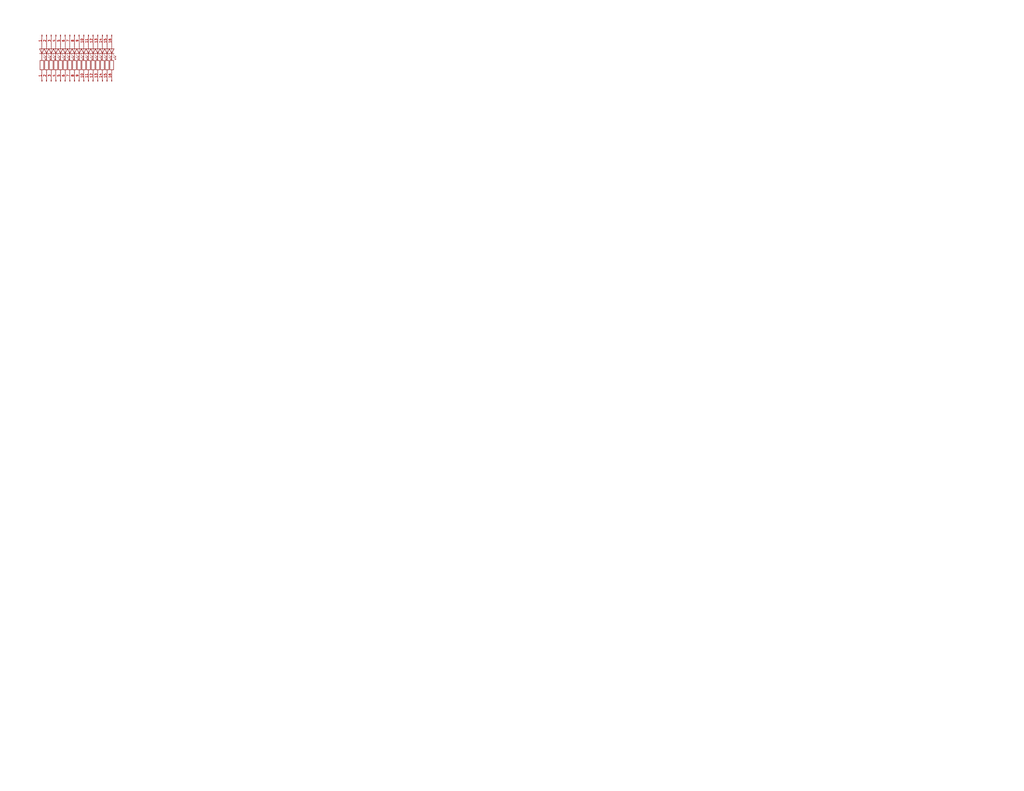
<source format=kicad_sch>
(kicad_sch (version 20230121) (generator eeschema)
  (paper "C")
  (title_block (title "<pcb-module>") (date "2022-10-29") (rev "1.0") (company "16-Bit Computer From Scratch") (comment 1 "Adam Clark (@eryjus)"))
  (lib_symbols
    (symbol "Connector:Conn_01x16_Pin" (pin_names (offset 1.016) hide)
      (property "Reference" "J" (at 0 20.32 0))
      (property "Value" "Conn_01x16_Pin" (at 0 -22.86 0))
      (symbol "Conn_01x16_Pin_1_1"
        (polyline (pts (xy 1.27 -20.32) (xy 0.8636 -20.32)) (stroke (width 0.1524)))
        (polyline (pts (xy 1.27 -17.78) (xy 0.8636 -17.78)) (stroke (width 0.1524)))
        (polyline (pts (xy 1.27 -15.24) (xy 0.8636 -15.24)) (stroke (width 0.1524)))
        (polyline (pts (xy 1.27 -12.7) (xy 0.8636 -12.7)) (stroke (width 0.1524)))
        (polyline (pts (xy 1.27 -10.16) (xy 0.8636 -10.16)) (stroke (width 0.1524)))
        (polyline (pts (xy 1.27 -7.62) (xy 0.8636 -7.62)) (stroke (width 0.1524)))
        (polyline (pts (xy 1.27 -5.08) (xy 0.8636 -5.08)) (stroke (width 0.1524)))
        (polyline (pts (xy 1.27 -2.54) (xy 0.8636 -2.54)) (stroke (width 0.1524)))
        (polyline (pts (xy 1.27 0) (xy 0.8636 0)) (stroke (width 0.1524)))
        (polyline (pts (xy 1.27 2.54) (xy 0.8636 2.54)) (stroke (width 0.1524)))
        (polyline (pts (xy 1.27 5.08) (xy 0.8636 5.08)) (stroke (width 0.1524)))
        (polyline (pts (xy 1.27 7.62) (xy 0.8636 7.62)) (stroke (width 0.1524)))
        (polyline (pts (xy 1.27 10.16) (xy 0.8636 10.16)) (stroke (width 0.1524)))
        (polyline (pts (xy 1.27 12.7) (xy 0.8636 12.7)) (stroke (width 0.1524)))
        (polyline (pts (xy 1.27 15.24) (xy 0.8636 15.24)) (stroke (width 0.1524)))
        (polyline (pts (xy 1.27 17.78) (xy 0.8636 17.78)) (stroke (width 0.1524)))
        (rectangle (start 0.8636 -20.193) (end 0 -20.447) (stroke (width 0.1524)) (fill (type outline)))
        (rectangle (start 0.8636 -17.653) (end 0 -17.907) (stroke (width 0.1524)) (fill (type outline)))
        (rectangle (start 0.8636 -15.113) (end 0 -15.367) (stroke (width 0.1524)) (fill (type outline)))
        (rectangle (start 0.8636 -12.573) (end 0 -12.827) (stroke (width 0.1524)) (fill (type outline)))
        (rectangle (start 0.8636 -10.033) (end 0 -10.287) (stroke (width 0.1524)) (fill (type outline)))
        (rectangle (start 0.8636 -7.493) (end 0 -7.747) (stroke (width 0.1524)) (fill (type outline)))
        (rectangle (start 0.8636 -4.953) (end 0 -5.207) (stroke (width 0.1524)) (fill (type outline)))
        (rectangle (start 0.8636 -2.413) (end 0 -2.667) (stroke (width 0.1524)) (fill (type outline)))
        (rectangle (start 0.8636 0.127) (end 0 -0.127) (stroke (width 0.1524)) (fill (type outline)))
        (rectangle (start 0.8636 2.667) (end 0 2.413) (stroke (width 0.1524)) (fill (type outline)))
        (rectangle (start 0.8636 5.207) (end 0 4.953) (stroke (width 0.1524)) (fill (type outline)))
        (rectangle (start 0.8636 7.747) (end 0 7.493) (stroke (width 0.1524)) (fill (type outline)))
        (rectangle (start 0.8636 10.287) (end 0 10.033) (stroke (width 0.1524)) (fill (type outline)))
        (rectangle (start 0.8636 12.827) (end 0 12.573) (stroke (width 0.1524)) (fill (type outline)))
        (rectangle (start 0.8636 15.367) (end 0 15.113) (stroke (width 0.1524)) (fill (type outline)))
        (rectangle (start 0.8636 17.907) (end 0 17.653) (stroke (width 0.1524)) (fill (type outline)))
        (pin passive line (at 5.08 17.78 180) (length 3.81) (name "Pin_1") (number "1"))
        (pin passive line (at 5.08 -5.08 180) (length 3.81) (name "Pin_10") (number "10"))
        (pin passive line (at 5.08 -7.62 180) (length 3.81) (name "Pin_11") (number "11"))
        (pin passive line (at 5.08 -10.16 180) (length 3.81) (name "Pin_12") (number "12"))
        (pin passive line (at 5.08 -12.7 180) (length 3.81) (name "Pin_13") (number "13"))
        (pin passive line (at 5.08 -15.24 180) (length 3.81) (name "Pin_14") (number "14"))
        (pin passive line (at 5.08 -17.78 180) (length 3.81) (name "Pin_15") (number "15"))
        (pin passive line (at 5.08 -20.32 180) (length 3.81) (name "Pin_16") (number "16"))
        (pin passive line (at 5.08 15.24 180) (length 3.81) (name "Pin_2") (number "2"))
        (pin passive line (at 5.08 12.7 180) (length 3.81) (name "Pin_3") (number "3"))
        (pin passive line (at 5.08 10.16 180) (length 3.81) (name "Pin_4") (number "4"))
        (pin passive line (at 5.08 7.62 180) (length 3.81) (name "Pin_5") (number "5"))
        (pin passive line (at 5.08 5.08 180) (length 3.81) (name "Pin_6") (number "6"))
        (pin passive line (at 5.08 2.54 180) (length 3.81) (name "Pin_7") (number "7"))
        (pin passive line (at 5.08 0 180) (length 3.81) (name "Pin_8") (number "8"))
        (pin passive line (at 5.08 -2.54 180) (length 3.81) (name "Pin_9") (number "9"))
      )
    )
    (symbol "Device:LED" (pin_numbers hide) (pin_names (offset 1.016) hide)
      (property "Reference" "D" (at 0 2.54 0))
      (property "Value" "LED" (at 0 -2.54 0))
      (symbol "LED_0_1"
        (polyline (pts (xy -1.27 -1.27) (xy -1.27 1.27)) (stroke (width 0.254)))
        (polyline (pts (xy -1.27 0) (xy 1.27 0)))
        (polyline (pts (xy 1.27 -1.27) (xy 1.27 1.27) (xy -1.27 0) (xy 1.27 -1.27)) (stroke (width 0.254)))
        (polyline (pts (xy -3.048 -0.762) (xy -4.572 -2.286) (xy -3.81 -2.286) (xy -4.572 -2.286) (xy -4.572 -1.524)))
        (polyline (pts (xy -1.778 -0.762) (xy -3.302 -2.286) (xy -2.54 -2.286) (xy -3.302 -2.286) (xy -3.302 -1.524)))
      )
      (symbol "LED_1_1"
        (pin passive line (at -3.81 0 0) (length 2.54) (name "K") (number "1"))
        (pin passive line (at 3.81 0 180) (length 2.54) (name "A") (number "2"))
      )
    )
    (symbol "Device:R" (pin_numbers hide) (pin_names (offset 0))
      (property "Reference" "R" (at 2.032 0 90))
      (property "Value" "R" (at 0 0 90))
      (symbol "R_0_1"
        (rectangle (start -1.016 -2.54) (end 1.016 2.54) (stroke (width 0.254)))
      )
      (symbol "R_1_1"
        (pin passive line (at 0 3.81 270) (length 1.27) (name "~") (number "1"))
        (pin passive line (at 0 -3.81 90) (length 1.27) (name "~") (number "2"))
      )
    )
  )
  (symbol (lib_id "Device:R") (at 30.48 35.56 0) (unit 1)
    (property "Reference" "R4" (effects hide))
    (property "Value" "R" (effects hide))
    (property "Footprint" "Resistor_SMD:R_1206_3216Metric_Pad1.30x1.75mm_HandSolder" (effects hide))
  )
  (symbol (lib_id "Device:LED") (at 60.96 27.94 90) (unit 1)
    (property "Reference" "D16" (effects hide))
    (property "Value" "LED" (effects hide))
    (property "Footprint" "LED_SMD:LED_1206_3216Metric_Pad1.42x1.75mm_HandSolder" (effects hide))
  )
  (symbol (lib_id "Device:LED") (at 38.1 27.94 90) (unit 1)
    (property "Reference" "D7" (effects hide))
    (property "Value" "LED" (effects hide))
    (property "Footprint" "LED_SMD:LED_1206_3216Metric_Pad1.42x1.75mm_HandSolder" (effects hide))
  )
  (symbol (lib_id "Device:LED") (at 45.72 27.94 90) (unit 1)
    (property "Reference" "D10" (effects hide))
    (property "Value" "LED" (effects hide))
    (property "Footprint" "LED_SMD:LED_1206_3216Metric_Pad1.42x1.75mm_HandSolder" (effects hide))
  )
  (symbol (lib_id "Device:R") (at 35.56 35.56 0) (unit 1)
    (property "Reference" "R6" (effects hide))
    (property "Value" "R" (effects hide))
    (property "Footprint" "Resistor_SMD:R_1206_3216Metric_Pad1.30x1.75mm_HandSolder" (effects hide))
  )
  (symbol (lib_id "Connector:Conn_01x16_Pin") (at 40.64 44.45 90) (unit 1)
    (property "Reference" "J2" (effects hide))
    (property "Value" "Conn_01x16_Pin" (effects hide))
    (property "Footprint" "Connector_PinHeader_2.54mm:PinHeader_1x16_P2.54mm_Vertical" (effects hide))
  )
  (symbol (lib_id "Device:R") (at 53.34 35.56 0) (unit 1)
    (property "Reference" "R13" (effects hide))
    (property "Value" "R" (effects hide))
    (property "Footprint" "Resistor_SMD:R_1206_3216Metric_Pad1.30x1.75mm_HandSolder" (effects hide))
  )
  (symbol (lib_id "Device:R") (at 55.88 35.56 0) (unit 1)
    (property "Reference" "R14" (effects hide))
    (property "Value" "R" (effects hide))
    (property "Footprint" "Resistor_SMD:R_1206_3216Metric_Pad1.30x1.75mm_HandSolder" (effects hide))
  )
  (symbol (lib_id "Device:LED") (at 33.02 27.94 90) (unit 1)
    (property "Reference" "D5" (effects hide))
    (property "Value" "LED" (effects hide))
    (property "Footprint" "LED_SMD:LED_1206_3216Metric_Pad1.42x1.75mm_HandSolder" (effects hide))
  )
  (symbol (lib_id "Device:LED") (at 40.64 27.94 90) (unit 1)
    (property "Reference" "D8" (effects hide))
    (property "Value" "LED" (effects hide))
    (property "Footprint" "LED_SMD:LED_1206_3216Metric_Pad1.42x1.75mm_HandSolder" (effects hide))
  )
  (symbol (lib_id "Device:LED") (at 30.48 27.94 90) (unit 1)
    (property "Reference" "D4" (effects hide))
    (property "Value" "LED" (effects hide))
    (property "Footprint" "LED_SMD:LED_1206_3216Metric_Pad1.42x1.75mm_HandSolder" (effects hide))
  )
  (symbol (lib_id "Device:R") (at 43.18 35.56 0) (unit 1)
    (property "Reference" "R9" (effects hide))
    (property "Value" "R" (effects hide))
    (property "Footprint" "Resistor_SMD:R_1206_3216Metric_Pad1.30x1.75mm_HandSolder" (effects hide))
  )
  (symbol (lib_id "Connector:Conn_01x16_Pin") (at 40.64 19.05 90) (mirror x) (unit 1)
    (property "Reference" "J1" (effects hide))
    (property "Value" "Conn_01x16_Pin" (effects hide))
    (property "Footprint" "Connector_PinHeader_2.54mm:PinHeader_1x16_P2.54mm_Vertical" (effects hide))
  )
  (symbol (lib_id "Device:LED") (at 27.94 27.94 90) (unit 1)
    (property "Reference" "D3" (effects hide))
    (property "Value" "LED" (effects hide))
    (property "Footprint" "LED_SMD:LED_1206_3216Metric_Pad1.42x1.75mm_HandSolder" (effects hide))
  )
  (symbol (lib_id "Device:LED") (at 58.42 27.94 90) (unit 1)
    (property "Reference" "D15" (effects hide))
    (property "Value" "LED" (effects hide))
    (property "Footprint" "LED_SMD:LED_1206_3216Metric_Pad1.42x1.75mm_HandSolder" (effects hide))
  )
  (symbol (lib_id "Device:R") (at 50.8 35.56 0) (unit 1)
    (property "Reference" "R12" (effects hide))
    (property "Value" "R" (effects hide))
    (property "Footprint" "Resistor_SMD:R_1206_3216Metric_Pad1.30x1.75mm_HandSolder" (effects hide))
  )
  (symbol (lib_id "Device:LED") (at 25.4 27.94 90) (unit 1)
    (property "Reference" "D2" (effects hide))
    (property "Value" "LED" (effects hide))
    (property "Footprint" "LED_SMD:LED_1206_3216Metric_Pad1.42x1.75mm_HandSolder" (effects hide))
  )
  (symbol (lib_id "Device:LED") (at 43.18 27.94 90) (unit 1)
    (property "Reference" "D9" (effects hide))
    (property "Value" "LED" (effects hide))
    (property "Footprint" "LED_SMD:LED_1206_3216Metric_Pad1.42x1.75mm_HandSolder" (effects hide))
  )
  (symbol (lib_id "Device:LED") (at 48.26 27.94 90) (unit 1)
    (property "Reference" "D11" (effects hide))
    (property "Value" "LED" (effects hide))
    (property "Footprint" "LED_SMD:LED_1206_3216Metric_Pad1.42x1.75mm_HandSolder" (effects hide))
  )
  (symbol (lib_id "Device:R") (at 25.4 35.56 0) (unit 1)
    (property "Reference" "R2" (effects hide))
    (property "Value" "R" (effects hide))
    (property "Footprint" "Resistor_SMD:R_1206_3216Metric_Pad1.30x1.75mm_HandSolder" (effects hide))
  )
  (symbol (lib_id "Device:LED") (at 55.88 27.94 90) (unit 1)
    (property "Reference" "D14" (effects hide))
    (property "Value" "LED" (effects hide))
    (property "Footprint" "LED_SMD:LED_1206_3216Metric_Pad1.42x1.75mm_HandSolder" (effects hide))
  )
  (symbol (lib_id "Device:R") (at 27.94 35.56 0) (unit 1)
    (property "Reference" "R3" (effects hide))
    (property "Value" "R" (effects hide))
    (property "Footprint" "Resistor_SMD:R_1206_3216Metric_Pad1.30x1.75mm_HandSolder" (effects hide))
  )
  (symbol (lib_id "Device:R") (at 58.42 35.56 0) (unit 1)
    (property "Reference" "R15" (effects hide))
    (property "Value" "R" (effects hide))
    (property "Footprint" "Resistor_SMD:R_1206_3216Metric_Pad1.30x1.75mm_HandSolder" (effects hide))
  )
  (symbol (lib_id "Device:LED") (at 35.56 27.94 90) (unit 1)
    (property "Reference" "D6" (effects hide))
    (property "Value" "LED" (effects hide))
    (property "Footprint" "LED_SMD:LED_1206_3216Metric_Pad1.42x1.75mm_HandSolder" (effects hide))
  )
  (symbol (lib_id "Device:R") (at 60.96 35.56 0) (unit 1)
    (property "Reference" "R16" (effects hide))
    (property "Value" "R" (effects hide))
    (property "Footprint" "Resistor_SMD:R_1206_3216Metric_Pad1.30x1.75mm_HandSolder" (effects hide))
  )
  (symbol (lib_id "Device:R") (at 45.72 35.56 0) (unit 1)
    (property "Reference" "R10" (effects hide))
    (property "Value" "R" (effects hide))
    (property "Footprint" "Resistor_SMD:R_1206_3216Metric_Pad1.30x1.75mm_HandSolder" (effects hide))
  )
  (symbol (lib_id "Device:R") (at 33.02 35.56 0) (unit 1)
    (property "Reference" "R5" (effects hide))
    (property "Value" "R" (effects hide))
    (property "Footprint" "Resistor_SMD:R_1206_3216Metric_Pad1.30x1.75mm_HandSolder" (effects hide))
  )
  (symbol (lib_id "Device:LED") (at 53.34 27.94 90) (unit 1)
    (property "Reference" "D13" (effects hide))
    (property "Value" "LED" (effects hide))
    (property "Footprint" "LED_SMD:LED_1206_3216Metric_Pad1.42x1.75mm_HandSolder" (effects hide))
  )
  (symbol (lib_id "Device:LED") (at 50.8 27.94 90) (unit 1)
    (property "Reference" "D12" (effects hide))
    (property "Value" "LED" (effects hide))
    (property "Footprint" "LED_SMD:LED_1206_3216Metric_Pad1.42x1.75mm_HandSolder" (effects hide))
  )
  (symbol (lib_id "Device:R") (at 22.86 35.56 0) (unit 1)
    (property "Reference" "R1" (effects hide))
    (property "Value" "R" (effects hide))
    (property "Footprint" "Resistor_SMD:R_1206_3216Metric_Pad1.30x1.75mm_HandSolder" (effects hide))
  )
  (symbol (lib_id "Device:R") (at 38.1 35.56 0) (unit 1)
    (property "Reference" "R7" (effects hide))
    (property "Value" "R" (effects hide))
    (property "Footprint" "Resistor_SMD:R_1206_3216Metric_Pad1.30x1.75mm_HandSolder" (effects hide))
  )
  (symbol (lib_id "Device:R") (at 40.64 35.56 0) (unit 1)
    (property "Reference" "R8" (effects hide))
    (property "Value" "R" (effects hide))
    (property "Footprint" "Resistor_SMD:R_1206_3216Metric_Pad1.30x1.75mm_HandSolder" (effects hide))
  )
  (symbol (lib_id "Device:LED") (at 22.86 27.94 90) (unit 1)
    (property "Reference" "D1" (effects hide))
    (property "Value" "LED" (effects hide))
    (property "Footprint" "LED_SMD:LED_1206_3216Metric_Pad1.42x1.75mm_HandSolder" (effects hide))
  )
  (symbol (lib_id "Device:R") (at 48.26 35.56 0) (unit 1)
    (property "Reference" "R11" (effects hide))
    (property "Value" "R" (effects hide))
    (property "Footprint" "Resistor_SMD:R_1206_3216Metric_Pad1.30x1.75mm_HandSolder" (effects hide))
  )
)
</source>
